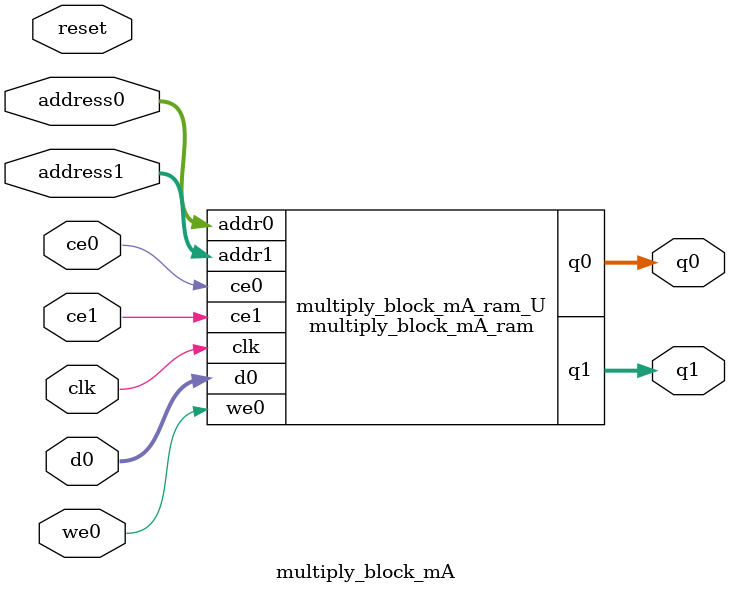
<source format=v>
`timescale 1 ns / 1 ps
module multiply_block_mA_ram (addr0, ce0, d0, we0, q0, addr1, ce1, q1,  clk);

parameter DWIDTH = 32;
parameter AWIDTH = 8;
parameter MEM_SIZE = 256;

input[AWIDTH-1:0] addr0;
input ce0;
input[DWIDTH-1:0] d0;
input we0;
output reg[DWIDTH-1:0] q0;
input[AWIDTH-1:0] addr1;
input ce1;
output reg[DWIDTH-1:0] q1;
input clk;

(* ram_style = "block" *)reg [DWIDTH-1:0] ram[0:MEM_SIZE-1];




always @(posedge clk)  
begin 
    if (ce0) 
    begin
        if (we0) 
        begin 
            ram[addr0] <= d0; 
        end 
        q0 <= ram[addr0];
    end
end


always @(posedge clk)  
begin 
    if (ce1) 
    begin
        q1 <= ram[addr1];
    end
end


endmodule

`timescale 1 ns / 1 ps
module multiply_block_mA(
    reset,
    clk,
    address0,
    ce0,
    we0,
    d0,
    q0,
    address1,
    ce1,
    q1);

parameter DataWidth = 32'd32;
parameter AddressRange = 32'd256;
parameter AddressWidth = 32'd8;
input reset;
input clk;
input[AddressWidth - 1:0] address0;
input ce0;
input we0;
input[DataWidth - 1:0] d0;
output[DataWidth - 1:0] q0;
input[AddressWidth - 1:0] address1;
input ce1;
output[DataWidth - 1:0] q1;



multiply_block_mA_ram multiply_block_mA_ram_U(
    .clk( clk ),
    .addr0( address0 ),
    .ce0( ce0 ),
    .we0( we0 ),
    .d0( d0 ),
    .q0( q0 ),
    .addr1( address1 ),
    .ce1( ce1 ),
    .q1( q1 ));

endmodule


</source>
